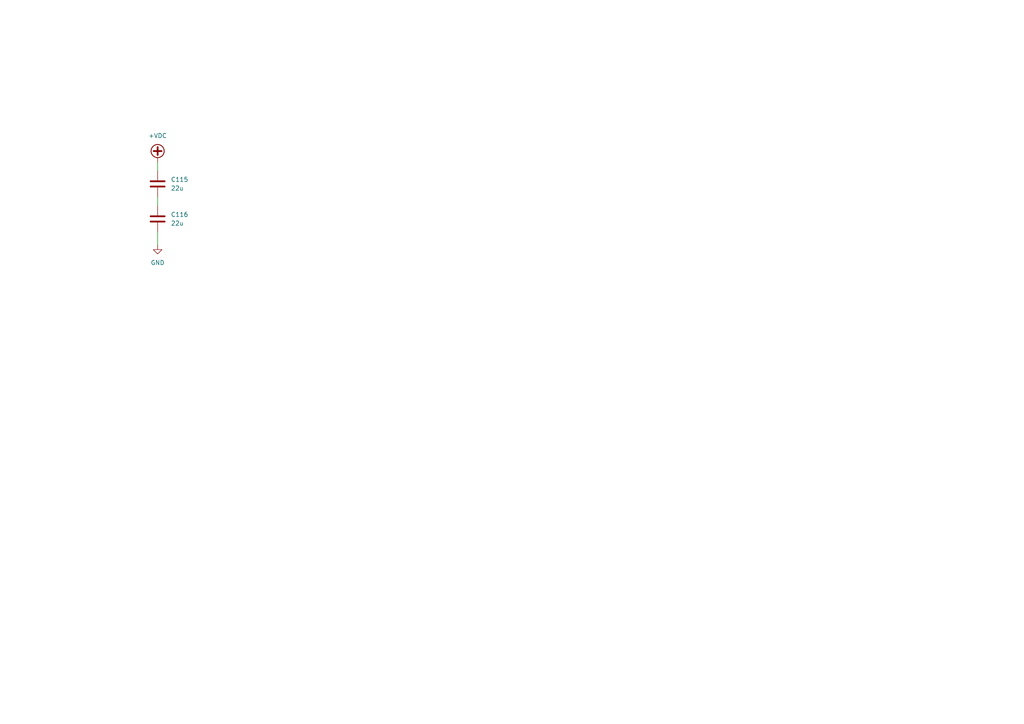
<source format=kicad_sch>
(kicad_sch (version 20250114) (generator "eeschema") (generator_version "9.0")
  (paper "A4")
  (lib_symbols
    (symbol "Device:C" (pin_numbers (hide yes)) (pin_names (offset 0.254))
      (property "Reference" "C" (at 0.635 2.54 0))
      (property "Value" "C" (at 0.635 -2.54 0))
      (symbol "C_0_1"
        (polyline (pts (xy -2.032 0.762) (xy 2.032 0.762)) (stroke (width 0.508)))
        (polyline (pts (xy -2.032 -0.762) (xy 2.032 -0.762)) (stroke (width 0.508)))
      )
      (symbol "C_1_1"
        (pin passive line (at 0 3.81 270) (length 2.794) (name "~") (number "1"))
        (pin passive line (at 0 -3.81 90) (length 2.794) (name "~") (number "2"))
      )
    )
    (symbol "power:+VDC" (power) (pin_numbers (hide yes)) (pin_names (offset 0) (hide yes))
      (property "Value" "+VDC" (at 0 6.35 0))
      (symbol "+VDC_0_1"
        (polyline (pts (xy -1.143 3.175) (xy 1.143 3.175)) (stroke (width 0.508)))
        (circle (center 0 3.175) (radius 1.905) (stroke (width 0.254)))
        (polyline (pts (xy 0 2.032) (xy 0 4.318)) (stroke (width 0.508)))
        (polyline (pts (xy 0 0) (xy 0 1.27)))
      )
      (symbol "+VDC_1_1"
        (pin power_in line (at 0 0 90) (length 0) (name "~") (number "1"))
      )
    )
    (symbol "power:GND" (power) (pin_numbers (hide yes)) (pin_names (offset 0) (hide yes))
      (property "Value" "GND" (at 0 -3.81 0))
      (symbol "GND_0_1"
        (polyline (pts (xy 0 0) (xy 0 -1.27) (xy 1.27 -1.27) (xy 0 -2.54) (xy -1.27 -1.27) (xy 0 -1.27)))
      )
      (symbol "GND_1_1"
        (pin power_in line (at 0 0 270) (length 0) (name "~") (number "1"))
      )
    )
  )
  (wire (pts (xy 45.72 46.99) (xy 45.72 49.53)))
  (wire (pts (xy 45.72 57.15) (xy 45.72 59.69)))
  (wire (pts (xy 45.72 67.31) (xy 45.72 71.12)))
  (symbol (lib_id "power:+VDC") (at 45.72 46.99 0) (unit 1)
    (property "Reference" "#PWR01" (effects (hide yes)))
    (property "Value" "+VDC" (at 45.72 39.37 0))
    (property "Description" "Power symbol creates a global label with name \"+VDC\"" (effects (hide yes)))
    (instances (project "Power-MocoBulkCapacitorPCB" (path "" (reference "#PWR0115") (unit 1)) (path "" (reference "#PWR013") (unit 1)) (path "" (reference "#PWR057") (unit 1)) (path "" (reference "#PWR019") (unit 1)) (path "" (reference "#PWR069") (unit 1)) (path "" (reference "#PWR083") (unit 1)) (path "" (reference "#PWR091") (unit 1)) (path "" (reference "#PWR05") (unit 1)) (path "" (reference "#PWR0103") (unit 1)) (path "" (reference "#PWR0109") (unit 1)) (path "" (reference "#PWR085") (unit 1)) (path "" (reference "#PWR095") (unit 1)) (path "" (reference "#PWR075") (unit 1)) (path "" (reference "#PWR0111") (unit 1)) (path "" (reference "#PWR093") (unit 1)) (path "" (reference "#PWR079") (unit 1)) (path "" (reference "#PWR039") (unit 1)) (path "" (reference "#PWR081") (unit 1)) (path "" (reference "#PWR0107") (unit 1)) (path "" (reference "#PWR0101") (unit 1)) (path "" (reference "#PWR01") (unit 1)) (path "" (reference "#PWR035") (unit 1)) (path "" (reference "#PWR059") (unit 1)) (path "" (reference "#PWR049") (unit 1)) (path "" (reference "#PWR037") (unit 1)) (path "" (reference "#PWR015") (unit 1)) (path "" (reference "#PWR0123") (unit 1)) (path "" (reference "#PWR053") (unit 1)) (path "" (reference "#PWR073") (unit 1)) (path "" (reference "#PWR09") (unit 1)) (path "" (reference "#PWR0113") (unit 1)) (path "" (reference "#PWR061") (unit 1)) (path "" (reference "#PWR051") (unit 1)) (path "" (reference "#PWR041") (unit 1)) (path "" (reference "#PWR089") (unit 1)) (path "" (reference "#PWR0105") (unit 1)) (path "" (reference "#PWR027") (unit 1)) (path "" (reference "#PWR071") (unit 1)) (path "" (reference "#PWR099") (unit 1)) (path "" (reference "#PWR065") (unit 1)) (path "" (reference "#PWR055") (unit 1)) (path "" (reference "#PWR0117") (unit 1)) (path "" (reference "#PWR063") (unit 1)) (path "" (reference "#PWR031") (unit 1)) (path "" (reference "#PWR023") (unit 1)) (path "" (reference "#PWR0133") (unit 1)) (path "" (reference "#PWR0119") (unit 1)) (path "" (reference "#PWR0127") (unit 1)) (path "" (reference "#PWR02") (unit 1)) (path "" (reference "#PWR077") (unit 1)) (path "" (reference "#PWR045") (unit 1)) (path "" (reference "#PWR0131") (unit 1)) (path "" (reference "#PWR0121") (unit 1)) (path "" (reference "#PWR025") (unit 1)) (path "" (reference "#PWR047") (unit 1)) (path "" (reference "#PWR067") (unit 1)) (path "" (reference "#PWR021") (unit 1)) (path "" (reference "#PWR07") (unit 1)) (path "" (reference "#PWR017") (unit 1)) (path "" (reference "#PWR043") (unit 1)) (path "" (reference "#PWR011") (unit 1)) (path "" (reference "#PWR0125") (unit 1)) (path "" (reference "#PWR033") (unit 1)) (path "" (reference "#PWR029") (unit 1)) (path "" (reference "#PWR097") (unit 1)) (path "" (reference "#PWR087") (unit 1))))
  )
  (symbol (lib_id "power:GND") (at 45.72 71.12 0) (unit 1)
    (property "Reference" "#PWR03" (effects (hide yes)))
    (property "Value" "GND" (at 45.72 76.2 0))
    (property "Description" "Power symbol creates a global label with name \"GND\" , ground" (effects (hide yes)))
    (instances (project "Power-MocoBulkCapacitorPCB" (path "" (reference "#PWR0116") (unit 1)) (path "" (reference "#PWR014") (unit 1)) (path "" (reference "#PWR058") (unit 1)) (path "" (reference "#PWR020") (unit 1)) (path "" (reference "#PWR070") (unit 1)) (path "" (reference "#PWR084") (unit 1)) (path "" (reference "#PWR092") (unit 1)) (path "" (reference "#PWR06") (unit 1)) (path "" (reference "#PWR0104") (unit 1)) (path "" (reference "#PWR0110") (unit 1)) (path "" (reference "#PWR086") (unit 1)) (path "" (reference "#PWR096") (unit 1)) (path "" (reference "#PWR076") (unit 1)) (path "" (reference "#PWR0112") (unit 1)) (path "" (reference "#PWR094") (unit 1)) (path "" (reference "#PWR080") (unit 1)) (path "" (reference "#PWR040") (unit 1)) (path "" (reference "#PWR082") (unit 1)) (path "" (reference "#PWR0108") (unit 1)) (path "" (reference "#PWR0102") (unit 1)) (path "" (reference "#PWR03") (unit 1)) (path "" (reference "#PWR036") (unit 1)) (path "" (reference "#PWR060") (unit 1)) (path "" (reference "#PWR050") (unit 1)) (path "" (reference "#PWR038") (unit 1)) (path "" (reference "#PWR016") (unit 1)) (path "" (reference "#PWR0124") (unit 1)) (path "" (reference "#PWR054") (unit 1)) (path "" (reference "#PWR074") (unit 1)) (path "" (reference "#PWR010") (unit 1)) (path "" (reference "#PWR0114") (unit 1)) (path "" (reference "#PWR062") (unit 1)) (path "" (reference "#PWR052") (unit 1)) (path "" (reference "#PWR042") (unit 1)) (path "" (reference "#PWR090") (unit 1)) (path "" (reference "#PWR0106") (unit 1)) (path "" (reference "#PWR028") (unit 1)) (path "" (reference "#PWR072") (unit 1)) (path "" (reference "#PWR0100") (unit 1)) (path "" (reference "#PWR066") (unit 1)) (path "" (reference "#PWR056") (unit 1)) (path "" (reference "#PWR0118") (unit 1)) (path "" (reference "#PWR064") (unit 1)) (path "" (reference "#PWR032") (unit 1)) (path "" (reference "#PWR024") (unit 1)) (path "" (reference "#PWR0134") (unit 1)) (path "" (reference "#PWR0120") (unit 1)) (path "" (reference "#PWR0128") (unit 1)) (path "" (reference "#PWR04") (unit 1)) (path "" (reference "#PWR078") (unit 1)) (path "" (reference "#PWR046") (unit 1)) (path "" (reference "#PWR0132") (unit 1)) (path "" (reference "#PWR0122") (unit 1)) (path "" (reference "#PWR026") (unit 1)) (path "" (reference "#PWR048") (unit 1)) (path "" (reference "#PWR068") (unit 1)) (path "" (reference "#PWR022") (unit 1)) (path "" (reference "#PWR08") (unit 1)) (path "" (reference "#PWR018") (unit 1)) (path "" (reference "#PWR044") (unit 1)) (path "" (reference "#PWR012") (unit 1)) (path "" (reference "#PWR0126") (unit 1)) (path "" (reference "#PWR034") (unit 1)) (path "" (reference "#PWR030") (unit 1)) (path "" (reference "#PWR098") (unit 1)) (path "" (reference "#PWR088") (unit 1))))
  )
  (symbol (lib_id "Device:C") (at 45.72 63.5 0) (unit 1)
    (property "Reference" "C2" (at 49.53 62.2299 0) (effects (justify left)))
    (property "Value" "22u" (at 49.53 64.7699 0) (effects (justify left)))
    (property "Footprint" "Capacitor_SMD:C_2220_5750Metric" (effects (hide yes)))
    (property "Description" "Unpolarized capacitor" (effects (hide yes)))
    (instances (project "Power-MocoBulkCapacitorPCB" (path "" (reference "C116") (unit 1)) (path "" (reference "C14") (unit 1)) (path "" (reference "C58") (unit 1)) (path "" (reference "C20") (unit 1)) (path "" (reference "C70") (unit 1)) (path "" (reference "C84") (unit 1)) (path "" (reference "C92") (unit 1)) (path "" (reference "C6") (unit 1)) (path "" (reference "C104") (unit 1)) (path "" (reference "C110") (unit 1)) (path "" (reference "C86") (unit 1)) (path "" (reference "C96") (unit 1)) (path "" (reference "C76") (unit 1)) (path "" (reference "C112") (unit 1)) (path "" (reference "C94") (unit 1)) (path "" (reference "C80") (unit 1)) (path "" (reference "C40") (unit 1)) (path "" (reference "C82") (unit 1)) (path "" (reference "C108") (unit 1)) (path "" (reference "C102") (unit 1)) (path "" (reference "C2") (unit 1)) (path "" (reference "C36") (unit 1)) (path "" (reference "C60") (unit 1)) (path "" (reference "C50") (unit 1)) (path "" (reference "C38") (unit 1)) (path "" (reference "C16") (unit 1)) (path "" (reference "C124") (unit 1)) (path "" (reference "C54") (unit 1)) (path "" (reference "C74") (unit 1)) (path "" (reference "C10") (unit 1)) (path "" (reference "C114") (unit 1)) (path "" (reference "C62") (unit 1)) (path "" (reference "C52") (unit 1)) (path "" (reference "C42") (unit 1)) (path "" (reference "C90") (unit 1)) (path "" (reference "C106") (unit 1)) (path "" (reference "C28") (unit 1)) (path "" (reference "C72") (unit 1)) (path "" (reference "C100") (unit 1)) (path "" (reference "C66") (unit 1)) (path "" (reference "C56") (unit 1)) (path "" (reference "C118") (unit 1)) (path "" (reference "C64") (unit 1)) (path "" (reference "C32") (unit 1)) (path "" (reference "C24") (unit 1)) (path "" (reference "C132") (unit 1)) (path "" (reference "C120") (unit 1)) (path "" (reference "C128") (unit 1)) (path "" (reference "C4") (unit 1)) (path "" (reference "C78") (unit 1)) (path "" (reference "C46") (unit 1)) (path "" (reference "C130") (unit 1)) (path "" (reference "C122") (unit 1)) (path "" (reference "C26") (unit 1)) (path "" (reference "C48") (unit 1)) (path "" (reference "C68") (unit 1)) (path "" (reference "C22") (unit 1)) (path "" (reference "C8") (unit 1)) (path "" (reference "C18") (unit 1)) (path "" (reference "C44") (unit 1)) (path "" (reference "C12") (unit 1)) (path "" (reference "C126") (unit 1)) (path "" (reference "C34") (unit 1)) (path "" (reference "C30") (unit 1)) (path "" (reference "C98") (unit 1)) (path "" (reference "C88") (unit 1))))
  )
  (symbol (lib_id "Device:C") (at 45.72 53.34 0) (unit 1)
    (property "Reference" "C1" (at 49.53 52.0699 0) (effects (justify left)))
    (property "Value" "22u" (at 49.53 54.6099 0) (effects (justify left)))
    (property "Footprint" "Capacitor_SMD:C_2220_5750Metric" (effects (hide yes)))
    (property "Description" "Unpolarized capacitor" (effects (hide yes)))
    (instances (project "Power-MocoBulkCapacitorPCB" (path "" (reference "C115") (unit 1)) (path "" (reference "C13") (unit 1)) (path "" (reference "C57") (unit 1)) (path "" (reference "C19") (unit 1)) (path "" (reference "C69") (unit 1)) (path "" (reference "C83") (unit 1)) (path "" (reference "C91") (unit 1)) (path "" (reference "C5") (unit 1)) (path "" (reference "C103") (unit 1)) (path "" (reference "C109") (unit 1)) (path "" (reference "C85") (unit 1)) (path "" (reference "C95") (unit 1)) (path "" (reference "C75") (unit 1)) (path "" (reference "C111") (unit 1)) (path "" (reference "C93") (unit 1)) (path "" (reference "C79") (unit 1)) (path "" (reference "C39") (unit 1)) (path "" (reference "C81") (unit 1)) (path "" (reference "C107") (unit 1)) (path "" (reference "C101") (unit 1)) (path "" (reference "C1") (unit 1)) (path "" (reference "C35") (unit 1)) (path "" (reference "C59") (unit 1)) (path "" (reference "C49") (unit 1)) (path "" (reference "C37") (unit 1)) (path "" (reference "C15") (unit 1)) (path "" (reference "C123") (unit 1)) (path "" (reference "C53") (unit 1)) (path "" (reference "C73") (unit 1)) (path "" (reference "C9") (unit 1)) (path "" (reference "C113") (unit 1)) (path "" (reference "C61") (unit 1)) (path "" (reference "C51") (unit 1)) (path "" (reference "C41") (unit 1)) (path "" (reference "C89") (unit 1)) (path "" (reference "C105") (unit 1)) (path "" (reference "C27") (unit 1)) (path "" (reference "C71") (unit 1)) (path "" (reference "C99") (unit 1)) (path "" (reference "C65") (unit 1)) (path "" (reference "C55") (unit 1)) (path "" (reference "C117") (unit 1)) (path "" (reference "C63") (unit 1)) (path "" (reference "C31") (unit 1)) (path "" (reference "C23") (unit 1)) (path "" (reference "C131") (unit 1)) (path "" (reference "C119") (unit 1)) (path "" (reference "C127") (unit 1)) (path "" (reference "C3") (unit 1)) (path "" (reference "C77") (unit 1)) (path "" (reference "C45") (unit 1)) (path "" (reference "C129") (unit 1)) (path "" (reference "C121") (unit 1)) (path "" (reference "C25") (unit 1)) (path "" (reference "C47") (unit 1)) (path "" (reference "C67") (unit 1)) (path "" (reference "C21") (unit 1)) (path "" (reference "C7") (unit 1)) (path "" (reference "C17") (unit 1)) (path "" (reference "C43") (unit 1)) (path "" (reference "C11") (unit 1)) (path "" (reference "C125") (unit 1)) (path "" (reference "C33") (unit 1)) (path "" (reference "C29") (unit 1)) (path "" (reference "C97") (unit 1)) (path "" (reference "C87") (unit 1))))
  )
)
</source>
